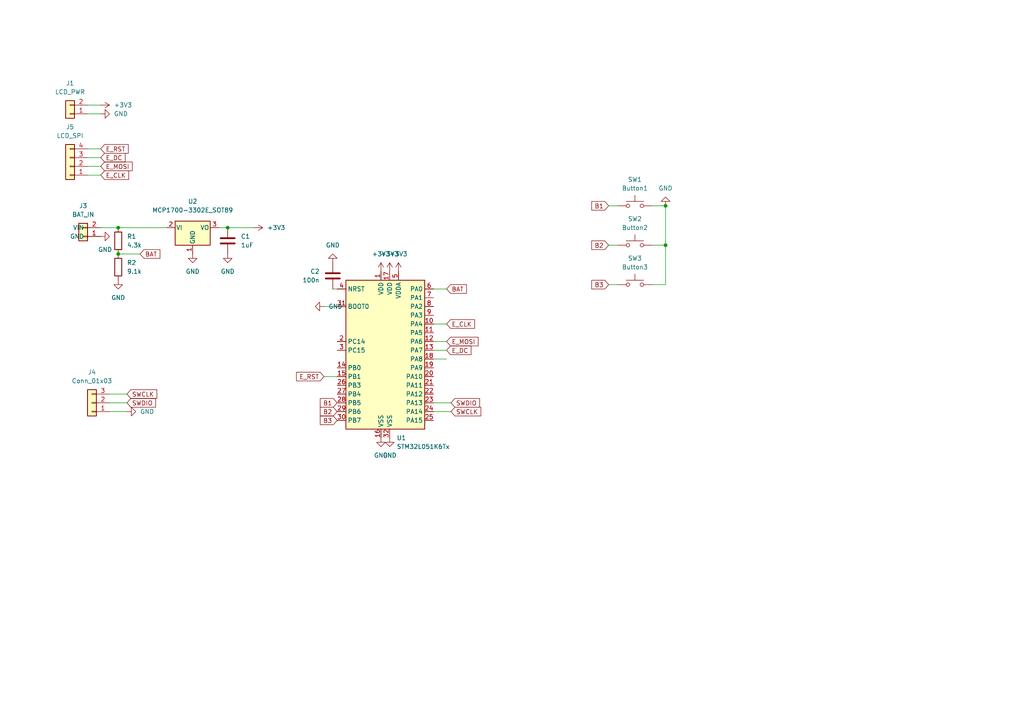
<source format=kicad_sch>
(kicad_sch (version 20211123) (generator eeschema)
  (paper "A4")
  (title_block (title "Quackmagotchi STM") (rev "1"))
  (lib_symbols
    (symbol "Conn_01x02_1" (pin_names (offset 1.016))
      (property "Reference" "J3" (at 0 8.89 0))
      (property "Value" "BAT_IN" (at 0 6.35 0))
      (symbol "Conn_01x02_1_1_1"
        (rectangle (start -1.27 -2.413) (end 0 -2.667) (stroke (width 0.1524)))
        (rectangle (start -1.27 0.127) (end 0 -0.127) (stroke (width 0.1524)))
        (rectangle (start -1.27 1.27) (end 1.27 -3.81) (stroke (width 0.254)) (fill (type background)))
        (pin power_out line (at -5.08 0 0) (length 3.81) (name "GND") (number "1"))
        (pin power_out line (at -5.08 -2.54 0) (length 3.81) (name "VIN") (number "2"))
      )
    )
    (symbol "Connector_Generic:Conn_01x02" (pin_names (offset 1.016) hide)
      (property "Reference" "J" (at 0 2.54 0))
      (property "Value" "Conn_01x02" (at 0 -5.08 0))
      (symbol "Conn_01x02_1_1"
        (rectangle (start -1.27 -2.413) (end 0 -2.667) (stroke (width 0.1524)))
        (rectangle (start -1.27 0.127) (end 0 -0.127) (stroke (width 0.1524)))
        (rectangle (start -1.27 1.27) (end 1.27 -3.81) (stroke (width 0.254)) (fill (type background)))
        (pin passive line (at -5.08 0 0) (length 3.81) (name "Pin_1") (number "1"))
        (pin passive line (at -5.08 -2.54 0) (length 3.81) (name "Pin_2") (number "2"))
      )
    )
    (symbol "Connector_Generic:Conn_01x03" (pin_names (offset 1.016) hide)
      (property "Reference" "J" (at 0 5.08 0))
      (property "Value" "Conn_01x03" (at 0 -5.08 0))
      (symbol "Conn_01x03_1_1"
        (rectangle (start -1.27 -2.413) (end 0 -2.667) (stroke (width 0.1524)))
        (rectangle (start -1.27 0.127) (end 0 -0.127) (stroke (width 0.1524)))
        (rectangle (start -1.27 2.667) (end 0 2.413) (stroke (width 0.1524)))
        (rectangle (start -1.27 3.81) (end 1.27 -3.81) (stroke (width 0.254)) (fill (type background)))
        (pin passive line (at -5.08 2.54 0) (length 3.81) (name "Pin_1") (number "1"))
        (pin passive line (at -5.08 0 0) (length 3.81) (name "Pin_2") (number "2"))
        (pin passive line (at -5.08 -2.54 0) (length 3.81) (name "Pin_3") (number "3"))
      )
    )
    (symbol "Connector_Generic:Conn_01x04" (pin_names (offset 1.016) hide)
      (property "Reference" "J" (at 0 5.08 0))
      (property "Value" "Conn_01x04" (at 0 -7.62 0))
      (symbol "Conn_01x04_1_1"
        (rectangle (start -1.27 -4.953) (end 0 -5.207) (stroke (width 0.1524)))
        (rectangle (start -1.27 -2.413) (end 0 -2.667) (stroke (width 0.1524)))
        (rectangle (start -1.27 0.127) (end 0 -0.127) (stroke (width 0.1524)))
        (rectangle (start -1.27 2.667) (end 0 2.413) (stroke (width 0.1524)))
        (rectangle (start -1.27 3.81) (end 1.27 -6.35) (stroke (width 0.254)) (fill (type background)))
        (pin passive line (at -5.08 2.54 0) (length 3.81) (name "Pin_1") (number "1"))
        (pin passive line (at -5.08 0 0) (length 3.81) (name "Pin_2") (number "2"))
        (pin passive line (at -5.08 -2.54 0) (length 3.81) (name "Pin_3") (number "3"))
        (pin passive line (at -5.08 -5.08 0) (length 3.81) (name "Pin_4") (number "4"))
      )
    )
    (symbol "Device:C" (pin_numbers hide) (pin_names (offset 0.254))
      (property "Reference" "C" (at 0.635 2.54 0))
      (property "Value" "C" (at 0.635 -2.54 0))
      (symbol "C_0_1"
        (polyline (pts (xy -2.032 -0.762) (xy 2.032 -0.762)) (stroke (width 0.508)))
        (polyline (pts (xy -2.032 0.762) (xy 2.032 0.762)) (stroke (width 0.508)))
      )
      (symbol "C_1_1"
        (pin passive line (at 0 3.81 270) (length 2.794) (name "~") (number "1"))
        (pin passive line (at 0 -3.81 90) (length 2.794) (name "~") (number "2"))
      )
    )
    (symbol "Device:R" (pin_numbers hide) (pin_names (offset 0))
      (property "Reference" "R" (at 2.032 0 90))
      (property "Value" "R" (at 0 0 90))
      (symbol "R_0_1"
        (rectangle (start -1.016 -2.54) (end 1.016 2.54) (stroke (width 0.254)))
      )
      (symbol "R_1_1"
        (pin passive line (at 0 3.81 270) (length 1.27) (name "~") (number "1"))
        (pin passive line (at 0 -3.81 90) (length 1.27) (name "~") (number "2"))
      )
    )
    (symbol "MCU_ST_STM32L0:STM32L051K6Tx"
      (property "Reference" "U" (at -12.7 21.59 0))
      (property "Value" "STM32L051K6Tx" (at 5.08 21.59 0))
      (symbol "STM32L051K6Tx_0_1"
        (rectangle (start -12.7 -22.86) (end 10.16 20.32) (stroke (width 0.254)) (fill (type background)))
      )
      (symbol "STM32L051K6Tx_1_1"
        (pin power_in line (at -2.54 22.86 270) (length 2.54) (name "VDD") (number "1"))
        (pin bidirectional line (at 12.7 7.62 180) (length 2.54) (name "PA4") (number "10"))
        (pin bidirectional line (at 12.7 5.08 180) (length 2.54) (name "PA5") (number "11"))
        (pin bidirectional line (at 12.7 2.54 180) (length 2.54) (name "PA6") (number "12"))
        (pin bidirectional line (at 12.7 0 180) (length 2.54) (name "PA7") (number "13"))
        (pin bidirectional line (at -15.24 -5.08 0) (length 2.54) (name "PB0") (number "14"))
        (pin bidirectional line (at -15.24 -7.62 0) (length 2.54) (name "PB1") (number "15"))
        (pin power_in line (at -2.54 -25.4 90) (length 2.54) (name "VSS") (number "16"))
        (pin power_in line (at 0 22.86 270) (length 2.54) (name "VDD") (number "17"))
        (pin bidirectional line (at 12.7 -2.54 180) (length 2.54) (name "PA8") (number "18"))
        (pin bidirectional line (at 12.7 -5.08 180) (length 2.54) (name "PA9") (number "19"))
        (pin bidirectional line (at -15.24 2.54 0) (length 2.54) (name "PC14") (number "2"))
        (pin bidirectional line (at 12.7 -7.62 180) (length 2.54) (name "PA10") (number "20"))
        (pin bidirectional line (at 12.7 -10.16 180) (length 2.54) (name "PA11") (number "21"))
        (pin bidirectional line (at 12.7 -12.7 180) (length 2.54) (name "PA12") (number "22"))
        (pin bidirectional line (at 12.7 -15.24 180) (length 2.54) (name "PA13") (number "23"))
        (pin bidirectional line (at 12.7 -17.78 180) (length 2.54) (name "PA14") (number "24"))
        (pin bidirectional line (at 12.7 -20.32 180) (length 2.54) (name "PA15") (number "25"))
        (pin bidirectional line (at -15.24 -10.16 0) (length 2.54) (name "PB3") (number "26"))
        (pin bidirectional line (at -15.24 -12.7 0) (length 2.54) (name "PB4") (number "27"))
        (pin bidirectional line (at -15.24 -15.24 0) (length 2.54) (name "PB5") (number "28"))
        (pin bidirectional line (at -15.24 -17.78 0) (length 2.54) (name "PB6") (number "29"))
        (pin bidirectional line (at -15.24 0 0) (length 2.54) (name "PC15") (number "3"))
        (pin bidirectional line (at -15.24 -20.32 0) (length 2.54) (name "PB7") (number "30"))
        (pin input line (at -15.24 12.7 0) (length 2.54) (name "BOOT0") (number "31"))
        (pin power_in line (at 0 -25.4 90) (length 2.54) (name "VSS") (number "32"))
        (pin input line (at -15.24 17.78 0) (length 2.54) (name "NRST") (number "4"))
        (pin power_in line (at 2.54 22.86 270) (length 2.54) (name "VDDA") (number "5"))
        (pin bidirectional line (at 12.7 17.78 180) (length 2.54) (name "PA0") (number "6"))
        (pin bidirectional line (at 12.7 15.24 180) (length 2.54) (name "PA1") (number "7"))
        (pin bidirectional line (at 12.7 12.7 180) (length 2.54) (name "PA2") (number "8"))
        (pin bidirectional line (at 12.7 10.16 180) (length 2.54) (name "PA3") (number "9"))
      )
    )
    (symbol "Regulator_Linear:MCP1700-3302E_SOT89" (pin_names (offset 0.254))
      (property "Reference" "U" (at -3.81 3.175 0))
      (property "Value" "MCP1700-3302E_SOT89" (at 0 3.175 0))
      (symbol "MCP1700-3302E_SOT89_0_1"
        (rectangle (start -5.08 -5.08) (end 5.08 1.905) (stroke (width 0.254)) (fill (type background)))
      )
      (symbol "MCP1700-3302E_SOT89_1_1"
        (pin power_in line (at 0 -7.62 90) (length 2.54) (name "GND") (number "1"))
        (pin power_in line (at -7.62 0 0) (length 2.54) (name "VI") (number "2"))
        (pin power_out line (at 7.62 0 180) (length 2.54) (name "VO") (number "3"))
      )
    )
    (symbol "Switch:SW_Push" (pin_numbers hide) (pin_names (offset 1.016) hide)
      (property "Reference" "SW" (at 1.27 2.54 0))
      (property "Value" "SW_Push" (at 0 -1.524 0))
      (symbol "SW_Push_0_1"
        (circle (center -2.032 0) (radius 0.508))
        (polyline (pts (xy 0 1.27) (xy 0 3.048)))
        (polyline (pts (xy 2.54 1.27) (xy -2.54 1.27)))
        (circle (center 2.032 0) (radius 0.508))
        (pin passive line (at -5.08 0 0) (length 2.54) (name "1") (number "1"))
        (pin passive line (at 5.08 0 180) (length 2.54) (name "2") (number "2"))
      )
    )
    (symbol "power:+3.3V" (power) (pin_names (offset 0))
      (property "Value" "+3.3V" (at 0 3.556 0))
      (symbol "+3.3V_0_1"
        (polyline (pts (xy -0.762 1.27) (xy 0 2.54)))
        (polyline (pts (xy 0 0) (xy 0 2.54)))
        (polyline (pts (xy 0 2.54) (xy 0.762 1.27)))
      )
      (symbol "+3.3V_1_1"
        (pin power_in line (at 0 0 90) (length 0) hide (name "+3V3") (number "1"))
      )
    )
    (symbol "power:GND" (power) (pin_names (offset 0))
      (property "Value" "GND" (at 0 -3.81 0))
      (symbol "GND_0_1"
        (polyline (pts (xy 0 0) (xy 0 -1.27) (xy 1.27 -1.27) (xy 0 -2.54) (xy -1.27 -1.27) (xy 0 -1.27)))
      )
      (symbol "GND_1_1"
        (pin power_in line (at 0 0 270) (length 0) hide (name "GND") (number "1"))
      )
    )
  )
  (junction (at 34.29 66.04))
  (junction (at 193.04 71.12))
  (junction (at 34.29 73.66))
  (junction (at 66.04 66.04))
  (junction (at 193.04 59.69))
  (wire (pts (xy 25.4 50.8) (xy 29.21 50.8)))
  (wire (pts (xy 125.73 104.14) (xy 129.54 104.14)))
  (wire (pts (xy 93.98 88.9) (xy 97.79 88.9)))
  (wire (pts (xy 34.29 66.04) (xy 48.26 66.04)))
  (wire (pts (xy 29.21 66.04) (xy 34.29 66.04)))
  (wire (pts (xy 176.53 71.12) (xy 179.07 71.12)))
  (wire (pts (xy 31.75 119.38) (xy 36.83 119.38)))
  (wire (pts (xy 125.73 119.38) (xy 130.81 119.38)))
  (wire (pts (xy 176.53 82.55) (xy 179.07 82.55)))
  (wire (pts (xy 193.04 59.69) (xy 193.04 71.12)))
  (wire (pts (xy 34.29 73.66) (xy 40.64 73.66)))
  (wire (pts (xy 125.73 93.98) (xy 129.54 93.98)))
  (wire (pts (xy 193.04 71.12) (xy 193.04 82.55)))
  (wire (pts (xy 66.04 66.04) (xy 73.66 66.04)))
  (wire (pts (xy 189.23 82.55) (xy 193.04 82.55)))
  (wire (pts (xy 25.4 30.48) (xy 29.21 30.48)))
  (wire (pts (xy 25.4 45.72) (xy 29.21 45.72)))
  (wire (pts (xy 125.73 83.82) (xy 129.54 83.82)))
  (wire (pts (xy 189.23 71.12) (xy 193.04 71.12)))
  (wire (pts (xy 125.73 99.06) (xy 129.54 99.06)))
  (wire (pts (xy 31.75 116.84) (xy 36.83 116.84)))
  (wire (pts (xy 63.5 66.04) (xy 66.04 66.04)))
  (wire (pts (xy 96.52 83.82) (xy 97.79 83.82)))
  (wire (pts (xy 25.4 48.26) (xy 29.21 48.26)))
  (wire (pts (xy 189.23 59.69) (xy 193.04 59.69)))
  (wire (pts (xy 125.73 101.6) (xy 129.54 101.6)))
  (wire (pts (xy 25.4 33.02) (xy 29.21 33.02)))
  (wire (pts (xy 176.53 59.69) (xy 179.07 59.69)))
  (wire (pts (xy 31.75 114.3) (xy 36.83 114.3)))
  (wire (pts (xy 93.98 109.22) (xy 97.79 109.22)))
  (wire (pts (xy 25.4 43.18) (xy 29.21 43.18)))
  (wire (pts (xy 125.73 116.84) (xy 130.81 116.84)))
  (global_label "B1" (shape input) (at 176.53 59.69 180) (property "Intersheet References" "${INTERSHEET_REFS}" (effects hide)))
  (global_label "E_DC" (shape input) (at 129.54 101.6 0) (property "Intersheet References" "${INTERSHEET_REFS}" (effects hide)))
  (global_label "B1" (shape input) (at 97.79 116.84 180) (property "Intersheet References" "${INTERSHEET_REFS}" (effects hide)))
  (global_label "BAT" (shape input) (at 40.64 73.66 0) (property "Intersheet References" "${INTERSHEET_REFS}" (effects hide)))
  (global_label "SWCLK" (shape input) (at 36.83 114.3 0) (property "Intersheet References" "${INTERSHEET_REFS}" (effects hide)))
  (global_label "E_CLK" (shape input) (at 129.54 93.98 0) (property "Intersheet References" "${INTERSHEET_REFS}" (effects hide)))
  (global_label "E_MOSI" (shape input) (at 29.21 48.26 0) (property "Intersheet References" "${INTERSHEET_REFS}" (effects hide)))
  (global_label "B3" (shape input) (at 176.53 82.55 180) (property "Intersheet References" "${INTERSHEET_REFS}" (effects hide)))
  (global_label "SWDIO" (shape input) (at 130.81 116.84 0) (property "Intersheet References" "${INTERSHEET_REFS}" (effects hide)))
  (global_label "BAT" (shape input) (at 129.54 83.82 0) (property "Intersheet References" "${INTERSHEET_REFS}" (effects hide)))
  (global_label "SWCLK" (shape input) (at 130.81 119.38 0) (property "Intersheet References" "${INTERSHEET_REFS}" (effects hide)))
  (global_label "E_RST" (shape input) (at 93.98 109.22 180) (property "Intersheet References" "${INTERSHEET_REFS}" (effects hide)))
  (global_label "B2" (shape input) (at 176.53 71.12 180) (property "Intersheet References" "${INTERSHEET_REFS}" (effects hide)))
  (global_label "B3" (shape input) (at 97.79 121.92 180) (property "Intersheet References" "${INTERSHEET_REFS}" (effects hide)))
  (global_label "E_MOSI" (shape input) (at 129.54 99.06 0) (property "Intersheet References" "${INTERSHEET_REFS}" (effects hide)))
  (global_label "E_RST" (shape input) (at 29.21 43.18 0) (property "Intersheet References" "${INTERSHEET_REFS}" (effects hide)))
  (global_label "E_CLK" (shape input) (at 29.21 50.8 0) (property "Intersheet References" "${INTERSHEET_REFS}" (effects hide)))
  (global_label "B2" (shape input) (at 97.79 119.38 180) (property "Intersheet References" "${INTERSHEET_REFS}" (effects hide)))
  (global_label "SWDIO" (shape input) (at 36.83 116.84 0) (property "Intersheet References" "${INTERSHEET_REFS}" (effects hide)))
  (global_label "E_DC" (shape input) (at 29.21 45.72 0) (property "Intersheet References" "${INTERSHEET_REFS}" (effects hide)))
  (symbol (lib_id "Switch:SW_Push") (at 184.15 82.55 0) (unit 1)
    (property "Reference" "SW3" (at 184.15 74.93 0))
    (property "Value" "Button3" (at 184.15 77.47 0))
    (property "Footprint" "Button_Switch_THT:SW_PUSH_6mm_H7.3mm" (effects hide))
  )
  (symbol (lib_id "power:GND") (at 34.29 81.28 0) (unit 1)
    (property "Reference" "#PWR04" (effects hide))
    (property "Value" "GND" (at 34.29 86.36 0))
  )
  (symbol (lib_id "power:+3.3V") (at 115.57 78.74 0) (unit 1)
    (property "Reference" "#PWR014" (effects hide))
    (property "Value" "+3.3V" (at 115.57 73.66 0))
  )
  (symbol (lib_id "power:GND") (at 110.49 127 0) (unit 1)
    (property "Reference" "#PWR011" (effects hide))
    (property "Value" "GND" (at 110.49 132.08 0))
  )
  (symbol (lib_id "power:+3.3V") (at 29.21 30.48 270) (unit 1)
    (property "Reference" "#PWR0101" (effects hide))
    (property "Value" "+3.3V" (at 33.02 30.4799 90) (effects (justify left)))
  )
  (symbol (lib_id "Device:R") (at 34.29 69.85 0) (unit 1)
    (property "Reference" "R1" (at 36.83 68.5799 0) (effects (justify left)))
    (property "Value" "4.3k" (at 36.83 71.1199 0) (effects (justify left)))
    (property "Footprint" "Resistor_SMD:R_1206_3216Metric_Pad1.30x1.75mm_HandSolder" (effects hide))
  )
  (symbol (lib_id "power:+3.3V") (at 110.49 78.74 0) (unit 1)
    (property "Reference" "#PWR010" (effects hide))
    (property "Value" "+3.3V" (at 110.49 73.66 0))
  )
  (symbol (lib_id "Connector_Generic:Conn_01x03") (at 26.67 116.84 180) (unit 1)
    (property "Reference" "J4" (at 26.67 107.95 0))
    (property "Value" "Conn_01x03" (at 26.67 110.49 0))
    (property "Footprint" "Connector_PinHeader_2.54mm:PinHeader_1x03_P2.54mm_Vertical" (effects hide))
  )
  (symbol (lib_id "power:+3.3V") (at 113.03 78.74 0) (unit 1)
    (property "Reference" "#PWR012" (effects hide))
    (property "Value" "+3.3V" (at 113.03 73.66 0))
  )
  (symbol (lib_id "power:GND") (at 55.88 73.66 0) (unit 1)
    (property "Reference" "#PWR06" (effects hide))
    (property "Value" "GND" (at 55.88 78.74 0))
  )
  (symbol (lib_id "Connector_Generic:Conn_01x04") (at 20.32 48.26 180) (unit 1)
    (property "Reference" "J5" (at 20.32 36.83 0))
    (property "Value" "LCD_SPI" (at 20.32 39.37 0))
    (property "Footprint" "Connector_JST:JST_PH_S4B-PH-K_1x04_P2.00mm_Horizontal" (effects hide))
  )
  (symbol (lib_id "Switch:SW_Push") (at 184.15 59.69 0) (unit 1)
    (property "Reference" "SW1" (at 184.15 52.07 0))
    (property "Value" "Button1" (at 184.15 54.61 0))
    (property "Footprint" "Button_Switch_THT:SW_PUSH_6mm_H7.3mm" (effects hide))
  )
  (symbol (lib_id "Connector_Generic:Conn_01x02") (at 20.32 33.02 180) (unit 1)
    (property "Reference" "J1" (at 20.32 24.13 0))
    (property "Value" "LCD_PWR" (at 20.32 26.67 0))
    (property "Footprint" "Connector_JST:JST_PH_S2B-PH-K_1x02_P2.00mm_Horizontal" (effects hide))
  )
  (symbol (lib_id "power:GND") (at 96.52 76.2 180) (unit 1)
    (property "Reference" "#PWR09" (effects hide))
    (property "Value" "GND" (at 96.52 71.12 0))
  )
  (symbol (lib_id "power:GND") (at 193.04 59.69 180) (unit 1)
    (property "Reference" "#PWR015" (effects hide))
    (property "Value" "GND" (at 193.04 54.61 0))
  )
  (symbol (lib_id "Switch:SW_Push") (at 184.15 71.12 0) (unit 1)
    (property "Reference" "SW2" (at 184.15 63.5 0))
    (property "Value" "Button2" (at 184.15 66.04 0))
    (property "Footprint" "Button_Switch_THT:SW_PUSH_6mm_H7.3mm" (effects hide))
  )
  (symbol (lib_id "MCU_ST_STM32L0:STM32L051K6Tx") (at 113.03 101.6 0) (unit 1)
    (property "Reference" "U1" (at 115.0494 127 0) (effects (justify left)))
    (property "Value" "STM32L051K6Tx" (at 115.0494 129.54 0) (effects (justify left)))
    (property "Footprint" "Package_QFP:LQFP-32_7x7mm_P0.8mm" (effects hide))
    (property "Datasheet" "http://www.st.com/st-web-ui/static/active/en/resource/technical/document/datasheet/DM00108219.pdf" (effects hide))
  )
  (symbol (lib_id "Device:R") (at 34.29 77.47 0) (unit 1)
    (property "Reference" "R2" (at 36.83 76.1999 0) (effects (justify left)))
    (property "Value" "9.1k" (at 36.83 78.7399 0) (effects (justify left)))
    (property "Footprint" "Resistor_SMD:R_1206_3216Metric_Pad1.30x1.75mm_HandSolder" (effects hide))
  )
  (symbol (lib_id "Device:C") (at 96.52 80.01 0) (unit 1)
    (property "Reference" "C2" (at 92.71 78.7399 0) (effects (justify right)))
    (property "Value" "100n" (at 92.71 81.2799 0) (effects (justify right)))
    (property "Footprint" "Capacitor_SMD:C_1206_3216Metric_Pad1.33x1.80mm_HandSolder" (effects hide))
  )
  (symbol (lib_id "power:GND") (at 29.21 68.58 90) (unit 1)
    (property "Reference" "#PWR03" (effects hide))
    (property "Value" "GND" (at 30.48 72.39 90))
  )
  (symbol (lib_id "power:GND") (at 66.04 73.66 0) (unit 1)
    (property "Reference" "#PWR07" (effects hide))
    (property "Value" "GND" (at 66.04 78.74 0))
  )
  (symbol (lib_id "power:GND") (at 113.03 127 0) (unit 1)
    (property "Reference" "#PWR013" (effects hide))
    (property "Value" "GND" (at 113.03 132.08 0))
  )
  (symbol (lib_id "power:GND") (at 29.21 33.02 90) (unit 1)
    (property "Reference" "#PWR0102" (effects hide))
    (property "Value" "GND" (at 33.02 33.0199 90) (effects (justify right)))
  )
  (symbol (lib_id "power:+3.3V") (at 73.66 66.04 270) (unit 1)
    (property "Reference" "#PWR08" (effects hide))
    (property "Value" "+3.3V" (at 77.47 66.0399 90) (effects (justify left)))
  )
  (symbol (lib_id "power:GND") (at 93.98 88.9 270) (unit 1)
    (property "Reference" "#PWR0103" (effects hide))
    (property "Value" "GND" (at 95.25 88.8999 90) (effects (justify left)))
  )
  (symbol (lib_name "Conn_01x02_1") (lib_id "Connector_Generic:Conn_01x02") (at 24.13 68.58 180) (unit 1)
    (property "Reference" "J3" (at 24.13 59.69 0))
    (property "Value" "BAT_IN" (at 24.13 62.23 0))
    (property "Footprint" "Connector_JST:JST_PH_S2B-PH-K_1x02_P2.00mm_Horizontal" (effects hide))
  )
  (symbol (lib_id "Device:C") (at 66.04 69.85 0) (unit 1)
    (property "Reference" "C1" (at 69.85 68.5799 0) (effects (justify left)))
    (property "Value" "1uF" (at 69.85 71.1199 0) (effects (justify left)))
    (property "Footprint" "Capacitor_SMD:C_1206_3216Metric_Pad1.33x1.80mm_HandSolder" (effects hide))
  )
  (symbol (lib_id "power:GND") (at 36.83 119.38 90) (unit 1)
    (property "Reference" "#PWR05" (effects hide))
    (property "Value" "GND" (at 40.64 119.3799 90) (effects (justify right)))
  )
  (symbol (lib_id "Regulator_Linear:MCP1700-3302E_SOT89") (at 55.88 66.04 0) (unit 1)
    (property "Reference" "U2" (at 55.88 58.42 0))
    (property "Value" "MCP1700-3302E_SOT89" (at 55.88 60.96 0))
    (property "Footprint" "Package_TO_SOT_SMD:SOT-89-3" (effects hide))
    (property "Datasheet" "http://ww1.microchip.com/downloads/en/DeviceDoc/20001826D.pdf" (effects hide))
  )
)
</source>
